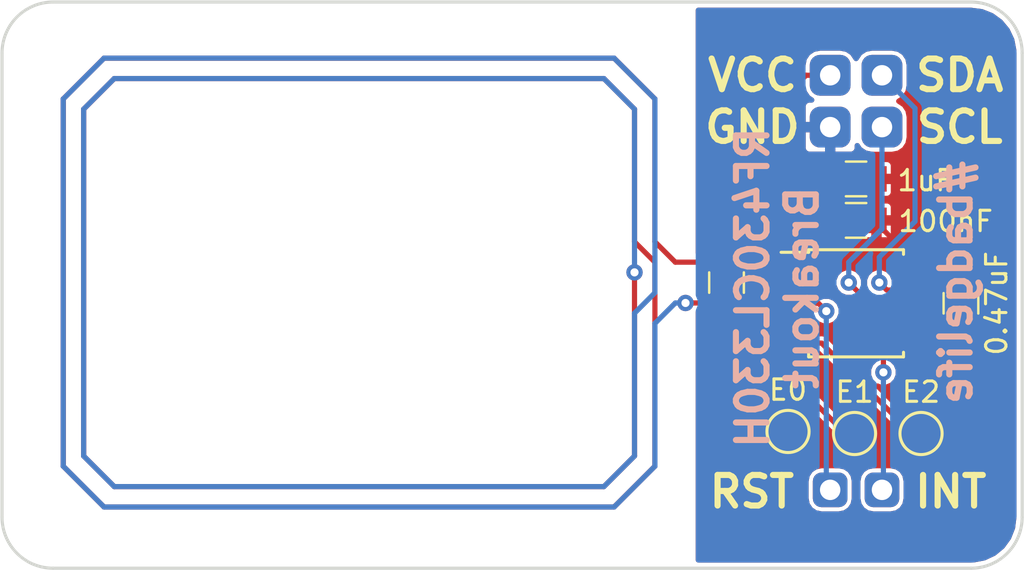
<source format=kicad_pcb>
(kicad_pcb (version 20171130) (host pcbnew "(5.0.0-rc2-dev-222-g3b0a758)")

  (general
    (thickness 1.6)
    (drawings 20)
    (tracks 109)
    (zones 0)
    (modules 10)
    (nets 12)
  )

  (page A4)
  (title_block
    (title "NFC Addon")
    (comment 1 "#badgelife")
  )

  (layers
    (0 F.Cu signal)
    (31 B.Cu signal)
    (32 B.Adhes user)
    (33 F.Adhes user)
    (34 B.Paste user)
    (35 F.Paste user)
    (36 B.SilkS user)
    (37 F.SilkS user)
    (38 B.Mask user)
    (39 F.Mask user)
    (40 Dwgs.User user)
    (41 Cmts.User user)
    (42 Eco1.User user)
    (43 Eco2.User user)
    (44 Edge.Cuts user)
    (45 Margin user)
    (46 B.CrtYd user)
    (47 F.CrtYd user)
    (48 B.Fab user)
    (49 F.Fab user)
  )

  (setup
    (last_trace_width 0.1524)
    (user_trace_width 0.1524)
    (user_trace_width 0.2032)
    (user_trace_width 0.254)
    (user_trace_width 0.3048)
    (trace_clearance 0.1524)
    (zone_clearance 0.2)
    (zone_45_only no)
    (trace_min 0.1524)
    (segment_width 0.2)
    (edge_width 0.15)
    (via_size 0.8)
    (via_drill 0.4)
    (via_min_size 0.4)
    (via_min_drill 0.3)
    (uvia_size 0.3)
    (uvia_drill 0.1)
    (uvias_allowed no)
    (uvia_min_size 0.2)
    (uvia_min_drill 0.1)
    (pcb_text_width 0.3)
    (pcb_text_size 1.5 1.5)
    (mod_edge_width 0.15)
    (mod_text_size 1 1)
    (mod_text_width 0.15)
    (pad_size 1.7 1.7)
    (pad_drill 1)
    (pad_to_mask_clearance 0.05)
    (aux_axis_origin 61 49.98)
    (grid_origin 80 63.73)
    (visible_elements FFFFFF7F)
    (pcbplotparams
      (layerselection 0x010fc_ffffffff)
      (usegerberextensions false)
      (usegerberattributes false)
      (usegerberadvancedattributes false)
      (creategerberjobfile false)
      (excludeedgelayer true)
      (linewidth 0.100000)
      (plotframeref false)
      (viasonmask false)
      (mode 1)
      (useauxorigin false)
      (hpglpennumber 1)
      (hpglpenspeed 20)
      (hpglpendiameter 15)
      (psnegative false)
      (psa4output false)
      (plotreference true)
      (plotvalue true)
      (plotinvisibletext false)
      (padsonsilk false)
      (subtractmaskfromsilk false)
      (outputformat 1)
      (mirror false)
      (drillshape 1)
      (scaleselection 1)
      (outputdirectory ""))
  )

  (net 0 "")
  (net 1 "Net-(C1-Pad2)")
  (net 2 GND)
  (net 3 VCC)
  (net 4 "Net-(AE1-Pad1)")
  (net 5 SCL)
  (net 6 SDA)
  (net 7 INTO)
  (net 8 RST)
  (net 9 "Net-(JP1-Pad1)")
  (net 10 "Net-(JP2-Pad1)")
  (net 11 "Net-(JP3-Pad1)")

  (net_class Default "This is the default net class."
    (clearance 0.1524)
    (trace_width 0.1524)
    (via_dia 0.8)
    (via_drill 0.4)
    (uvia_dia 0.3)
    (uvia_drill 0.1)
    (add_net GND)
    (add_net INTO)
    (add_net "Net-(AE1-Pad1)")
    (add_net "Net-(C1-Pad2)")
    (add_net "Net-(JP1-Pad1)")
    (add_net "Net-(JP2-Pad1)")
    (add_net "Net-(JP3-Pad1)")
    (add_net RST)
    (add_net SCL)
    (add_net SDA)
    (add_net VCC)
  )

  (module Connectors:Solder_Jumper (layer F.Cu) (tedit 5B54640E) (tstamp 5B53E1D3)
    (at 106.044143 71.1275)
    (path /5B53CADC)
    (fp_text reference JP3 (at 0 2.159) (layer F.SilkS) hide
      (effects (font (size 1 1) (thickness 0.15)))
    )
    (fp_text value E2 (at 0 -2.032) (layer F.SilkS)
      (effects (font (size 1 1) (thickness 0.15)))
    )
    (fp_circle (center 0 0) (end 0.6985 -0.762) (layer F.SilkS) (width 0.15))
    (pad 2 smd trapezoid (at 0.4 0) (size 0.6 1) (rect_delta 0.3 0 ) (layers F.Cu F.Paste F.Mask)
      (net 2 GND) (solder_mask_margin 0.1))
    (pad 1 smd trapezoid (at -0.4 0 180) (size 0.6 1) (rect_delta 0.3 0 ) (layers F.Cu F.Paste F.Mask)
      (net 11 "Net-(JP3-Pad1)") (solder_mask_margin 0.1))
  )

  (module Connectors:Solder_Jumper (layer F.Cu) (tedit 5B5463E9) (tstamp 5B53E1CC)
    (at 102.784143 71.1275)
    (path /5B53CB28)
    (fp_text reference JP2 (at 0 2.159) (layer F.SilkS) hide
      (effects (font (size 1 1) (thickness 0.15)))
    )
    (fp_text value E1 (at 0 -2.032) (layer F.SilkS)
      (effects (font (size 1 1) (thickness 0.15)))
    )
    (fp_circle (center 0 0) (end 0.6985 -0.762) (layer F.SilkS) (width 0.15))
    (pad 1 smd trapezoid (at -0.4 0 180) (size 0.6 1) (rect_delta 0.3 0 ) (layers F.Cu F.Paste F.Mask)
      (net 10 "Net-(JP2-Pad1)") (solder_mask_margin 0.1))
    (pad 2 smd trapezoid (at 0.4 0) (size 0.6 1) (rect_delta 0.3 0 ) (layers F.Cu F.Paste F.Mask)
      (net 2 GND) (solder_mask_margin 0.1))
  )

  (module Connectors:Solder_Jumper (layer F.Cu) (tedit 5B5463A5) (tstamp 5B53E1C5)
    (at 99.524143 71.0275)
    (path /5B53CB53)
    (fp_text reference JP1 (at 0 2.159) (layer F.SilkS) hide
      (effects (font (size 1 1) (thickness 0.15)))
    )
    (fp_text value E0 (at 0 -2.032) (layer F.SilkS)
      (effects (font (size 1 1) (thickness 0.15)))
    )
    (fp_circle (center 0 0) (end 0.6985 -0.762) (layer F.SilkS) (width 0.15))
    (pad 2 smd trapezoid (at 0.4 0) (size 0.6 1) (rect_delta 0.3 0 ) (layers F.Cu F.Paste F.Mask)
      (net 2 GND) (solder_mask_margin 0.1))
    (pad 1 smd trapezoid (at -0.4 0 180) (size 0.6 1) (rect_delta 0.3 0 ) (layers F.Cu F.Paste F.Mask)
      (net 9 "Net-(JP1-Pad1)") (solder_mask_margin 0.1))
  )

  (module Badgelife:ShittyAddon_PTH_only_SAO (layer F.Cu) (tedit 5B537B70) (tstamp 5B540F7C)
    (at 101.59 53.57)
    (descr "Through hole straight pin header, 2x02, 2.54mm pitch, double rows")
    (tags "Through hole pin header THT 2x02 2.54mm double row")
    (path /5B53AC5E)
    (fp_text reference J1 (at 1.27 -2.33) (layer F.SilkS) hide
      (effects (font (size 1 1) (thickness 0.15)))
    )
    (fp_text value "#badgelife" (at 1.27 4.87) (layer F.Fab) hide
      (effects (font (size 1 1) (thickness 0.15)))
    )
    (pad 3 thru_hole roundrect (at 2.54 2.54) (size 2 2) (drill 1) (layers *.Cu *.Mask)(roundrect_rratio 0.25)
      (net 5 SCL))
    (pad 2 thru_hole roundrect (at 0 2.54) (size 2 2) (drill 1) (layers *.Cu *.Mask)(roundrect_rratio 0.25)
      (net 2 GND))
    (pad 4 thru_hole roundrect (at 2.54 0) (size 2 2) (drill 1) (layers *.Cu *.Mask)(roundrect_rratio 0.25)
      (net 6 SDA))
    (pad 1 thru_hole roundrect (at 0 0) (size 2 2) (drill 1) (layers *.Cu *.Mask)(roundrect_rratio 0.25)
      (net 3 VCC))
    (model ${KISYS3DMOD}/Pin_Headers.3dshapes/Pin_Header_Straight_2x02_Pitch2.54mm.wrl
      (offset (xyz 0 -2.54 -1.8))
      (scale (xyz 1 1 1))
      (rotate (xyz 180 0 0))
    )
  )

  (module Pin_Headers:Pin_Header_Straight_1x02_Pitch2.54mm (layer F.Cu) (tedit 5B545EF9) (tstamp 5B541152)
    (at 101.59 73.89 90)
    (descr "Through hole straight pin header, 1x02, 2.54mm pitch, single row")
    (tags "Through hole pin header THT 1x02 2.54mm single row")
    (path /5B53FFC8)
    (fp_text reference J2 (at 0 -2.33 90) (layer F.SilkS) hide
      (effects (font (size 1 1) (thickness 0.15)))
    )
    (fp_text value Conn_01x02 (at -2.032 1.27 180) (layer F.Fab) hide
      (effects (font (size 1 1) (thickness 0.15)))
    )
    (fp_text user %R (at 0 1.27 180) (layer F.Fab) hide
      (effects (font (size 1 1) (thickness 0.15)))
    )
    (fp_line (start 1.8 -1.8) (end -1.8 -1.8) (layer F.CrtYd) (width 0.05))
    (fp_line (start 1.8 4.35) (end 1.8 -1.8) (layer F.CrtYd) (width 0.05))
    (fp_line (start -1.8 4.35) (end 1.8 4.35) (layer F.CrtYd) (width 0.05))
    (fp_line (start -1.8 -1.8) (end -1.8 4.35) (layer F.CrtYd) (width 0.05))
    (fp_line (start -1.27 -0.635) (end -0.635 -1.27) (layer F.Fab) (width 0.1))
    (fp_line (start -1.27 3.81) (end -1.27 -0.635) (layer F.Fab) (width 0.1))
    (fp_line (start 1.27 3.81) (end -1.27 3.81) (layer F.Fab) (width 0.1))
    (fp_line (start 1.27 -1.27) (end 1.27 3.81) (layer F.Fab) (width 0.1))
    (fp_line (start -0.635 -1.27) (end 1.27 -1.27) (layer F.Fab) (width 0.1))
    (pad 2 thru_hole roundrect (at 0 2.54 90) (size 1.7 1.7) (drill 1) (layers *.Cu *.Mask)(roundrect_rratio 0.25)
      (net 7 INTO))
    (pad 1 thru_hole roundrect (at 0 0 90) (size 1.7 1.7) (drill 1) (layers *.Cu *.Mask)(roundrect_rratio 0.25)
      (net 8 RST))
    (model ${KISYS3DMOD}/Pin_Headers.3dshapes/Pin_Header_Straight_1x02_Pitch2.54mm.wrl
      (offset (xyz 0 -2.54 -1.8))
      (scale (xyz 1 1 1))
      (rotate (xyz 180 0 0))
    )
  )

  (module Capacitors_SMD:C_0805 (layer F.Cu) (tedit 5B53C1B9) (tstamp 5B53E16D)
    (at 108 64.746 90)
    (descr "Capacitor SMD 0805, reflow soldering, AVX (see smccp.pdf)")
    (tags "capacitor 0805")
    (path /5B53B08B)
    (attr smd)
    (fp_text reference C1 (at 0 -1.5 90) (layer F.SilkS) hide
      (effects (font (size 1 1) (thickness 0.15)))
    )
    (fp_text value 0.47uF (at 0 1.75 90) (layer F.SilkS)
      (effects (font (size 1 1) (thickness 0.15)))
    )
    (fp_line (start 1.75 0.87) (end -1.75 0.87) (layer F.CrtYd) (width 0.05))
    (fp_line (start 1.75 0.87) (end 1.75 -0.88) (layer F.CrtYd) (width 0.05))
    (fp_line (start -1.75 -0.88) (end -1.75 0.87) (layer F.CrtYd) (width 0.05))
    (fp_line (start -1.75 -0.88) (end 1.75 -0.88) (layer F.CrtYd) (width 0.05))
    (fp_line (start -0.5 0.85) (end 0.5 0.85) (layer F.SilkS) (width 0.12))
    (fp_line (start 0.5 -0.85) (end -0.5 -0.85) (layer F.SilkS) (width 0.12))
    (fp_line (start -1 -0.62) (end 1 -0.62) (layer F.Fab) (width 0.1))
    (fp_line (start 1 -0.62) (end 1 0.62) (layer F.Fab) (width 0.1))
    (fp_line (start 1 0.62) (end -1 0.62) (layer F.Fab) (width 0.1))
    (fp_line (start -1 0.62) (end -1 -0.62) (layer F.Fab) (width 0.1))
    (fp_text user %R (at -2.54 0 90) (layer F.Fab)
      (effects (font (size 1 1) (thickness 0.15)))
    )
    (pad 2 smd rect (at 1 0 90) (size 1 1.25) (layers F.Cu F.Paste F.Mask)
      (net 1 "Net-(C1-Pad2)"))
    (pad 1 smd rect (at -1 0 90) (size 1 1.25) (layers F.Cu F.Paste F.Mask)
      (net 2 GND))
    (model Capacitors_SMD.3dshapes/C_0805.wrl
      (at (xyz 0 0 0))
      (scale (xyz 1 1 1))
      (rotate (xyz 0 0 0))
    )
  )

  (module Capacitors_SMD:C_0805 (layer F.Cu) (tedit 5B53C1C6) (tstamp 5B53E17E)
    (at 102.86 60.682)
    (descr "Capacitor SMD 0805, reflow soldering, AVX (see smccp.pdf)")
    (tags "capacitor 0805")
    (path /5B53B20C)
    (attr smd)
    (fp_text reference C2 (at 0 -1.5) (layer F.SilkS) hide
      (effects (font (size 1 1) (thickness 0.15)))
    )
    (fp_text value 100nF (at 4.39 0.048) (layer F.SilkS)
      (effects (font (size 1 1) (thickness 0.15)))
    )
    (fp_text user %R (at -3.048 0) (layer F.Fab)
      (effects (font (size 1 1) (thickness 0.15)))
    )
    (fp_line (start -1 0.62) (end -1 -0.62) (layer F.Fab) (width 0.1))
    (fp_line (start 1 0.62) (end -1 0.62) (layer F.Fab) (width 0.1))
    (fp_line (start 1 -0.62) (end 1 0.62) (layer F.Fab) (width 0.1))
    (fp_line (start -1 -0.62) (end 1 -0.62) (layer F.Fab) (width 0.1))
    (fp_line (start 0.5 -0.85) (end -0.5 -0.85) (layer F.SilkS) (width 0.12))
    (fp_line (start -0.5 0.85) (end 0.5 0.85) (layer F.SilkS) (width 0.12))
    (fp_line (start -1.75 -0.88) (end 1.75 -0.88) (layer F.CrtYd) (width 0.05))
    (fp_line (start -1.75 -0.88) (end -1.75 0.87) (layer F.CrtYd) (width 0.05))
    (fp_line (start 1.75 0.87) (end 1.75 -0.88) (layer F.CrtYd) (width 0.05))
    (fp_line (start 1.75 0.87) (end -1.75 0.87) (layer F.CrtYd) (width 0.05))
    (pad 1 smd rect (at -1 0) (size 1 1.25) (layers F.Cu F.Paste F.Mask)
      (net 3 VCC))
    (pad 2 smd rect (at 1 0) (size 1 1.25) (layers F.Cu F.Paste F.Mask)
      (net 2 GND))
    (model Capacitors_SMD.3dshapes/C_0805.wrl
      (at (xyz 0 0 0))
      (scale (xyz 1 1 1))
      (rotate (xyz 0 0 0))
    )
  )

  (module Capacitors_SMD:C_0805 (layer F.Cu) (tedit 5B53C1D5) (tstamp 5B53E18F)
    (at 102.86 58.65)
    (descr "Capacitor SMD 0805, reflow soldering, AVX (see smccp.pdf)")
    (tags "capacitor 0805")
    (path /5B53B287)
    (attr smd)
    (fp_text reference C3 (at 0 -1.5) (layer F.SilkS) hide
      (effects (font (size 1 1) (thickness 0.15)))
    )
    (fp_text value 1uF (at 3.39 0.08) (layer F.SilkS)
      (effects (font (size 1 1) (thickness 0.15)))
    )
    (fp_line (start 1.75 0.87) (end -1.75 0.87) (layer F.CrtYd) (width 0.05))
    (fp_line (start 1.75 0.87) (end 1.75 -0.88) (layer F.CrtYd) (width 0.05))
    (fp_line (start -1.75 -0.88) (end -1.75 0.87) (layer F.CrtYd) (width 0.05))
    (fp_line (start -1.75 -0.88) (end 1.75 -0.88) (layer F.CrtYd) (width 0.05))
    (fp_line (start -0.5 0.85) (end 0.5 0.85) (layer F.SilkS) (width 0.12))
    (fp_line (start 0.5 -0.85) (end -0.5 -0.85) (layer F.SilkS) (width 0.12))
    (fp_line (start -1 -0.62) (end 1 -0.62) (layer F.Fab) (width 0.1))
    (fp_line (start 1 -0.62) (end 1 0.62) (layer F.Fab) (width 0.1))
    (fp_line (start 1 0.62) (end -1 0.62) (layer F.Fab) (width 0.1))
    (fp_line (start -1 0.62) (end -1 -0.62) (layer F.Fab) (width 0.1))
    (fp_text user %R (at -3.048 0) (layer F.Fab)
      (effects (font (size 1 1) (thickness 0.15)))
    )
    (pad 2 smd rect (at 1 0) (size 1 1.25) (layers F.Cu F.Paste F.Mask)
      (net 2 GND))
    (pad 1 smd rect (at -1 0) (size 1 1.25) (layers F.Cu F.Paste F.Mask)
      (net 3 VCC))
    (model Capacitors_SMD.3dshapes/C_0805.wrl
      (at (xyz 0 0 0))
      (scale (xyz 1 1 1))
      (rotate (xyz 0 0 0))
    )
  )

  (module Capacitors_SMD:C_0805 (layer F.Cu) (tedit 5B53C178) (tstamp 5B53E1A0)
    (at 96.51 63.73 90)
    (descr "Capacitor SMD 0805, reflow soldering, AVX (see smccp.pdf)")
    (tags "capacitor 0805")
    (path /5B53DF22)
    (attr smd)
    (fp_text reference C4 (at 0 -1.5 90) (layer F.SilkS) hide
      (effects (font (size 1 1) (thickness 0.15)))
    )
    (fp_text value pF (at 0 1.75 90) (layer F.Fab)
      (effects (font (size 1 1) (thickness 0.15)))
    )
    (fp_text user %R (at -3.048 0 90) (layer F.Fab)
      (effects (font (size 1 1) (thickness 0.15)))
    )
    (fp_line (start -1 0.62) (end -1 -0.62) (layer F.Fab) (width 0.1))
    (fp_line (start 1 0.62) (end -1 0.62) (layer F.Fab) (width 0.1))
    (fp_line (start 1 -0.62) (end 1 0.62) (layer F.Fab) (width 0.1))
    (fp_line (start -1 -0.62) (end 1 -0.62) (layer F.Fab) (width 0.1))
    (fp_line (start 0.5 -0.85) (end -0.5 -0.85) (layer F.SilkS) (width 0.12))
    (fp_line (start -0.5 0.85) (end 0.5 0.85) (layer F.SilkS) (width 0.12))
    (fp_line (start -1.75 -0.88) (end 1.75 -0.88) (layer F.CrtYd) (width 0.05))
    (fp_line (start -1.75 -0.88) (end -1.75 0.87) (layer F.CrtYd) (width 0.05))
    (fp_line (start 1.75 0.87) (end 1.75 -0.88) (layer F.CrtYd) (width 0.05))
    (fp_line (start 1.75 0.87) (end -1.75 0.87) (layer F.CrtYd) (width 0.05))
    (pad 1 smd rect (at -1 0 90) (size 1 1.25) (layers F.Cu F.Paste F.Mask)
      (net 4 "Net-(AE1-Pad1)"))
    (pad 2 smd rect (at 1 0 90) (size 1 1.25) (layers F.Cu F.Paste F.Mask)
      (net 4 "Net-(AE1-Pad1)"))
    (model Capacitors_SMD.3dshapes/C_0805.wrl
      (at (xyz 0 0 0))
      (scale (xyz 1 1 1))
      (rotate (xyz 0 0 0))
    )
  )

  (module Housings_SSOP:TSSOP-14_4.4x5mm_Pitch0.65mm (layer F.Cu) (tedit 5B53C160) (tstamp 5B53E1F6)
    (at 102.86 64.746)
    (descr "14-Lead Plastic Thin Shrink Small Outline (ST)-4.4 mm Body [TSSOP] (see Microchip Packaging Specification 00000049BS.pdf)")
    (tags "SSOP 0.65")
    (path /5B53AC0F)
    (attr smd)
    (fp_text reference U1 (at 0 -3.55) (layer F.SilkS) hide
      (effects (font (size 1 1) (thickness 0.15)))
    )
    (fp_text value RF430CL330H (at 0 4.318) (layer F.Fab)
      (effects (font (size 1 1) (thickness 0.15)))
    )
    (fp_text user %R (at 0 0) (layer F.Fab)
      (effects (font (size 0.8 0.8) (thickness 0.15)))
    )
    (fp_line (start -2.325 -2.5) (end -3.675 -2.5) (layer F.SilkS) (width 0.15))
    (fp_line (start -2.325 2.625) (end 2.325 2.625) (layer F.SilkS) (width 0.15))
    (fp_line (start -2.325 -2.625) (end 2.325 -2.625) (layer F.SilkS) (width 0.15))
    (fp_line (start -2.325 2.625) (end -2.325 2.4) (layer F.SilkS) (width 0.15))
    (fp_line (start 2.325 2.625) (end 2.325 2.4) (layer F.SilkS) (width 0.15))
    (fp_line (start 2.325 -2.625) (end 2.325 -2.4) (layer F.SilkS) (width 0.15))
    (fp_line (start -2.325 -2.625) (end -2.325 -2.5) (layer F.SilkS) (width 0.15))
    (fp_line (start -3.95 2.8) (end 3.95 2.8) (layer F.CrtYd) (width 0.05))
    (fp_line (start -3.95 -2.8) (end 3.95 -2.8) (layer F.CrtYd) (width 0.05))
    (fp_line (start 3.95 -2.8) (end 3.95 2.8) (layer F.CrtYd) (width 0.05))
    (fp_line (start -3.95 -2.8) (end -3.95 2.8) (layer F.CrtYd) (width 0.05))
    (fp_line (start -2.2 -1.5) (end -1.2 -2.5) (layer F.Fab) (width 0.15))
    (fp_line (start -2.2 2.5) (end -2.2 -1.5) (layer F.Fab) (width 0.15))
    (fp_line (start 2.2 2.5) (end -2.2 2.5) (layer F.Fab) (width 0.15))
    (fp_line (start 2.2 -2.5) (end 2.2 2.5) (layer F.Fab) (width 0.15))
    (fp_line (start -1.2 -2.5) (end 2.2 -2.5) (layer F.Fab) (width 0.15))
    (pad 14 smd rect (at 2.95 -1.95) (size 1.45 0.45) (layers F.Cu F.Paste F.Mask)
      (net 2 GND))
    (pad 13 smd rect (at 2.95 -1.3) (size 1.45 0.45) (layers F.Cu F.Paste F.Mask)
      (net 1 "Net-(C1-Pad2)"))
    (pad 12 smd rect (at 2.95 -0.65) (size 1.45 0.45) (layers F.Cu F.Paste F.Mask)
      (net 6 SDA))
    (pad 11 smd rect (at 2.95 0) (size 1.45 0.45) (layers F.Cu F.Paste F.Mask)
      (net 5 SCL))
    (pad 10 smd rect (at 2.95 0.65) (size 1.45 0.45) (layers F.Cu F.Paste F.Mask)
      (net 2 GND))
    (pad 9 smd rect (at 2.95 1.3) (size 1.45 0.45) (layers F.Cu F.Paste F.Mask)
      (net 2 GND))
    (pad 8 smd rect (at 2.95 1.95) (size 1.45 0.45) (layers F.Cu F.Paste F.Mask)
      (net 7 INTO))
    (pad 7 smd rect (at -2.95 1.95) (size 1.45 0.45) (layers F.Cu F.Paste F.Mask)
      (net 11 "Net-(JP3-Pad1)"))
    (pad 6 smd rect (at -2.95 1.3) (size 1.45 0.45) (layers F.Cu F.Paste F.Mask)
      (net 10 "Net-(JP2-Pad1)"))
    (pad 5 smd rect (at -2.95 0.65) (size 1.45 0.45) (layers F.Cu F.Paste F.Mask)
      (net 9 "Net-(JP1-Pad1)"))
    (pad 4 smd rect (at -2.95 0) (size 1.45 0.45) (layers F.Cu F.Paste F.Mask)
      (net 8 RST))
    (pad 3 smd rect (at -2.95 -0.65) (size 1.45 0.45) (layers F.Cu F.Paste F.Mask)
      (net 4 "Net-(AE1-Pad1)"))
    (pad 2 smd rect (at -2.95 -1.3) (size 1.45 0.45) (layers F.Cu F.Paste F.Mask)
      (net 4 "Net-(AE1-Pad1)"))
    (pad 1 smd rect (at -2.95 -1.95) (size 1.45 0.45) (layers F.Cu F.Paste F.Mask)
      (net 3 VCC))
    (model ${KISYS3DMOD}/Housings_SSOP.3dshapes/TSSOP-14_4.4x5mm_Pitch0.65mm.wrl
      (at (xyz 0 0 0))
      (scale (xyz 1 1 1))
      (rotate (xyz 0 0 0))
    )
  )

  (gr_text SDA (at 107.94 53.57) (layer F.SilkS) (tstamp 5B54BA46)
    (effects (font (size 1.5 1.5) (thickness 0.3)))
  )
  (gr_text SCL (at 107.94 56.11) (layer F.SilkS) (tstamp 5B54BA44)
    (effects (font (size 1.5 1.5) (thickness 0.3)))
  )
  (gr_text GND (at 97.78 56.11) (layer F.SilkS) (tstamp 5B54BA42)
    (effects (font (size 1.5 1.5) (thickness 0.3)))
  )
  (gr_text VCC (at 97.78 53.57) (layer F.SilkS) (tstamp 5B54BA3E)
    (effects (font (size 1.5 1.5) (thickness 0.3)))
  )
  (gr_text "#badgelife" (at 107.75 63.73 90) (layer B.SilkS)
    (effects (font (size 1.5 1.5) (thickness 0.3)) (justify mirror))
  )
  (gr_text "RF430CL330H\nBreakout" (at 99 63.98 90) (layer B.SilkS)
    (effects (font (size 1.5 1.5) (thickness 0.3)) (justify mirror))
  )
  (gr_text RST (at 97.75 73.98) (layer F.SilkS)
    (effects (font (size 1.5 1.5) (thickness 0.3)))
  )
  (gr_text INT (at 107.5 73.98) (layer F.SilkS)
    (effects (font (size 1.5 1.5) (thickness 0.3)))
  )
  (gr_line (start 61 52.48) (end 61 75.23) (layer Edge.Cuts) (width 0.15))
  (gr_line (start 63.5 49.98) (end 108.5 49.98) (layer Edge.Cuts) (width 0.15))
  (gr_line (start 108.5 77.73) (end 63.5 77.73) (layer Edge.Cuts) (width 0.15))
  (gr_line (start 111 52.48) (end 111 75.23) (layer Edge.Cuts) (width 0.15))
  (gr_arc (start 108.5 75.23) (end 108.5 77.73) (angle -90) (layer Edge.Cuts) (width 0.15))
  (gr_arc (start 63.5 75.23) (end 61 75.23) (angle -90) (layer Edge.Cuts) (width 0.15))
  (gr_arc (start 63.5 52.48) (end 63.5 49.98) (angle -90) (layer Edge.Cuts) (width 0.15))
  (gr_arc (start 108.5 52.48) (end 111 52.48) (angle -90) (layer Edge.Cuts) (width 0.15))
  (gr_line (start 61 77.73) (end 61 49.98) (layer Dwgs.User) (width 0.2))
  (gr_line (start 111 77.73) (end 61 77.73) (layer Dwgs.User) (width 0.2))
  (gr_line (start 111 49.98) (end 111 77.73) (layer Dwgs.User) (width 0.2))
  (gr_line (start 61 49.98) (end 111 49.98) (layer Dwgs.User) (width 0.2))

  (segment (start 105.81 63.446) (end 107.7 63.446) (width 0.254) (layer F.Cu) (net 1))
  (segment (start 107.7 63.446) (end 108 63.746) (width 0.254) (layer F.Cu) (net 1))
  (segment (start 105.81 65.396) (end 107.166 65.396) (width 0.254) (layer F.Cu) (net 2))
  (segment (start 107.5 65.73) (end 107.484 65.746) (width 0.254) (layer F.Cu) (net 2))
  (segment (start 107.166 65.396) (end 107.5 65.73) (width 0.254) (layer F.Cu) (net 2))
  (segment (start 108.956 65.746) (end 107.484 65.746) (width 0.254) (layer F.Cu) (net 2))
  (segment (start 107.484 65.746) (end 107.184 66.046) (width 0.254) (layer F.Cu) (net 2))
  (segment (start 107.184 66.046) (end 105.81 66.046) (width 0.254) (layer F.Cu) (net 2))
  (segment (start 103.86 60.682) (end 103.86 60.807) (width 0.254) (layer F.Cu) (net 2))
  (segment (start 103.86 60.807) (end 105.81 62.757) (width 0.254) (layer F.Cu) (net 2))
  (segment (start 105.81 62.757) (end 105.81 62.796) (width 0.254) (layer F.Cu) (net 2))
  (segment (start 103.86 58.65) (end 103.86 60.682) (width 0.254) (layer F.Cu) (net 2))
  (segment (start 99.91 62.796) (end 99.91 61.57) (width 0.254) (layer F.Cu) (net 3))
  (segment (start 99.91 61.57) (end 100.798 60.682) (width 0.254) (layer F.Cu) (net 3))
  (segment (start 100.798 60.682) (end 101.86 60.682) (width 0.254) (layer F.Cu) (net 3))
  (segment (start 101.59 53.57) (end 100.41 53.57) (width 0.254) (layer F.Cu) (net 3))
  (segment (start 99.75 54.23) (end 99.75 57.73) (width 0.254) (layer F.Cu) (net 3))
  (segment (start 99.75 57.73) (end 100.67 58.65) (width 0.254) (layer F.Cu) (net 3))
  (segment (start 100.67 58.65) (end 101.86 58.65) (width 0.254) (layer F.Cu) (net 3))
  (segment (start 100.41 53.57) (end 99.75 54.23) (width 0.254) (layer F.Cu) (net 3))
  (segment (start 101.86 60.682) (end 101.86 58.65) (width 0.254) (layer F.Cu) (net 3))
  (segment (start 94.5 64.73) (end 96.51 64.73) (width 0.254) (layer F.Cu) (net 4))
  (segment (start 98.634 64.096) (end 98 64.73) (width 0.254) (layer F.Cu) (net 4))
  (segment (start 98 64.73) (end 96.51 64.73) (width 0.254) (layer F.Cu) (net 4))
  (segment (start 99.91 64.096) (end 98.634 64.096) (width 0.254) (layer F.Cu) (net 4))
  (segment (start 98.716 63.446) (end 98 62.73) (width 0.254) (layer F.Cu) (net 4))
  (segment (start 98 62.73) (end 96.51 62.73) (width 0.254) (layer F.Cu) (net 4))
  (segment (start 99.91 63.446) (end 98.716 63.446) (width 0.254) (layer F.Cu) (net 4))
  (segment (start 96.51 62.73) (end 94 62.73) (width 0.254) (layer F.Cu) (net 4))
  (segment (start 66 52.73) (end 64 54.73) (width 0.254) (layer F.Cu) (net 4))
  (segment (start 94 62.73) (end 93 61.73) (width 0.254) (layer F.Cu) (net 4))
  (segment (start 93 54.73) (end 91 52.73) (width 0.254) (layer F.Cu) (net 4))
  (segment (start 65 55.23) (end 65 72.23) (width 0.254) (layer F.Cu) (net 4))
  (segment (start 91 52.73) (end 66 52.73) (width 0.254) (layer F.Cu) (net 4))
  (segment (start 93 61.73) (end 93 54.73) (width 0.254) (layer F.Cu) (net 4))
  (segment (start 64 54.73) (end 64 72.73) (width 0.254) (layer F.Cu) (net 4))
  (segment (start 93 72.73) (end 93 62.73) (width 0.254) (layer F.Cu) (net 4))
  (segment (start 91 74.73) (end 93 72.73) (width 0.254) (layer F.Cu) (net 4))
  (segment (start 66 74.73) (end 91 74.73) (width 0.254) (layer F.Cu) (net 4))
  (segment (start 64 72.73) (end 66 74.73) (width 0.254) (layer F.Cu) (net 4))
  (segment (start 93 62.73) (end 92 61.73) (width 0.254) (layer F.Cu) (net 4))
  (segment (start 92 61.73) (end 92 55.23) (width 0.254) (layer F.Cu) (net 4))
  (segment (start 92 55.23) (end 90.5 53.73) (width 0.254) (layer F.Cu) (net 4))
  (segment (start 90.5 53.73) (end 66.5 53.73) (width 0.254) (layer F.Cu) (net 4))
  (segment (start 66.5 53.73) (end 65 55.23) (width 0.254) (layer F.Cu) (net 4))
  (segment (start 65 72.23) (end 66.5 73.73) (width 0.254) (layer F.Cu) (net 4))
  (segment (start 66.5 73.73) (end 90.5 73.73) (width 0.254) (layer F.Cu) (net 4))
  (segment (start 90.5 73.73) (end 92 72.23) (width 0.254) (layer F.Cu) (net 4))
  (segment (start 92 72.23) (end 92 63.23) (width 0.254) (layer F.Cu) (net 4))
  (segment (start 90.5 53.73) (end 66.5 53.73) (width 0.254) (layer B.Cu) (net 4))
  (segment (start 92 72.23) (end 92 65.23) (width 0.254) (layer B.Cu) (net 4))
  (segment (start 92 65.23) (end 93 64.23) (width 0.254) (layer B.Cu) (net 4))
  (segment (start 66 74.73) (end 91 74.73) (width 0.254) (layer B.Cu) (net 4))
  (segment (start 66.5 53.73) (end 65 55.23) (width 0.254) (layer B.Cu) (net 4))
  (segment (start 92 55.23) (end 90.5 53.73) (width 0.254) (layer B.Cu) (net 4))
  (segment (start 64 54.73) (end 64 72.73) (width 0.254) (layer B.Cu) (net 4))
  (segment (start 65 72.23) (end 66.5 73.73) (width 0.254) (layer B.Cu) (net 4))
  (segment (start 93 54.73) (end 91 52.73) (width 0.254) (layer B.Cu) (net 4))
  (segment (start 66.5 73.73) (end 90.5 73.73) (width 0.254) (layer B.Cu) (net 4))
  (segment (start 92 63.23) (end 92 55.23) (width 0.254) (layer B.Cu) (net 4))
  (segment (start 91 74.73) (end 93 72.73) (width 0.254) (layer B.Cu) (net 4))
  (segment (start 90.5 73.73) (end 92 72.23) (width 0.254) (layer B.Cu) (net 4))
  (segment (start 65 55.23) (end 65 72.23) (width 0.254) (layer B.Cu) (net 4))
  (segment (start 93 64.23) (end 93 54.73) (width 0.254) (layer B.Cu) (net 4))
  (segment (start 66 52.73) (end 64 54.73) (width 0.254) (layer B.Cu) (net 4))
  (segment (start 91 52.73) (end 66 52.73) (width 0.254) (layer B.Cu) (net 4))
  (segment (start 93 65.73) (end 94 64.73) (width 0.254) (layer B.Cu) (net 4))
  (segment (start 64 72.73) (end 66 74.73) (width 0.254) (layer B.Cu) (net 4))
  (segment (start 94 64.73) (end 94.5 64.73) (width 0.254) (layer B.Cu) (net 4))
  (segment (start 93 72.73) (end 93 65.73) (width 0.254) (layer B.Cu) (net 4))
  (via (at 92 63.23) (size 0.8) (drill 0.4) (layers F.Cu B.Cu) (net 4) (tstamp 5B5444DC))
  (via (at 94.5 64.73) (size 0.8) (drill 0.4) (layers F.Cu B.Cu) (net 4))
  (segment (start 102.5 63.73) (end 102.5 62.73) (width 0.254) (layer B.Cu) (net 5))
  (segment (start 104.13 61.1) (end 104.13 56.11) (width 0.254) (layer B.Cu) (net 5))
  (segment (start 102.5 62.73) (end 104.13 61.1) (width 0.254) (layer B.Cu) (net 5))
  (segment (start 105.81 64.746) (end 103.516 64.746) (width 0.254) (layer F.Cu) (net 5))
  (segment (start 103.516 64.746) (end 102.5 63.73) (width 0.254) (layer F.Cu) (net 5))
  (via (at 102.5 63.73) (size 0.8) (drill 0.4) (layers F.Cu B.Cu) (net 5))
  (segment (start 104 63.73) (end 104 62.48) (width 0.254) (layer B.Cu) (net 6))
  (segment (start 104 62.48) (end 105.75 60.73) (width 0.254) (layer B.Cu) (net 6))
  (segment (start 105.75 60.73) (end 105.75 55.19) (width 0.254) (layer B.Cu) (net 6))
  (segment (start 105.75 55.19) (end 104.13 53.57) (width 0.254) (layer B.Cu) (net 6))
  (segment (start 105.81 64.096) (end 104.366 64.096) (width 0.254) (layer F.Cu) (net 6))
  (via (at 104 63.73) (size 0.8) (drill 0.4) (layers F.Cu B.Cu) (net 6))
  (segment (start 104.366 64.096) (end 104 63.73) (width 0.254) (layer F.Cu) (net 6))
  (segment (start 105.81 66.696) (end 104.634 66.696) (width 0.254) (layer F.Cu) (net 7))
  (segment (start 104.634 66.696) (end 104.2 67.13) (width 0.254) (layer F.Cu) (net 7))
  (segment (start 104.2 67.13) (end 104.2 68.13) (width 0.254) (layer F.Cu) (net 7))
  (segment (start 104.2 68.13) (end 104.2 73.82) (width 0.254) (layer B.Cu) (net 7))
  (segment (start 104.2 73.82) (end 104.13 73.89) (width 0.254) (layer B.Cu) (net 7))
  (via (at 104.2 68.13) (size 0.8) (drill 0.4) (layers F.Cu B.Cu) (net 7))
  (segment (start 101.4 65.13) (end 101.4 73.7) (width 0.254) (layer B.Cu) (net 8))
  (segment (start 101.4 73.7) (end 101.59 73.89) (width 0.254) (layer B.Cu) (net 8))
  (segment (start 99.91 64.746) (end 101.016 64.746) (width 0.254) (layer F.Cu) (net 8))
  (via (at 101.4 65.13) (size 0.8) (drill 0.4) (layers F.Cu B.Cu) (net 8))
  (segment (start 101.016 64.746) (end 101.4 65.13) (width 0.254) (layer F.Cu) (net 8))
  (segment (start 98.25 65.88) (end 98.25 70.197857) (width 0.254) (layer F.Cu) (net 9))
  (segment (start 98.708933 70.65679) (end 99.079643 71.0275) (width 0.254) (layer F.Cu) (net 9))
  (segment (start 99.91 65.396) (end 98.734 65.396) (width 0.254) (layer F.Cu) (net 9))
  (segment (start 98.734 65.396) (end 98.25 65.88) (width 0.254) (layer F.Cu) (net 9))
  (segment (start 98.25 70.197857) (end 98.708933 70.65679) (width 0.254) (layer F.Cu) (net 9))
  (segment (start 98.656411 66.320589) (end 98.656411 67.444268) (width 0.254) (layer F.Cu) (net 10))
  (segment (start 98.656411 67.444268) (end 101.968933 70.75679) (width 0.254) (layer F.Cu) (net 10))
  (segment (start 98.931 66.046) (end 98.656411 66.320589) (width 0.254) (layer F.Cu) (net 10))
  (segment (start 99.91 66.046) (end 98.931 66.046) (width 0.254) (layer F.Cu) (net 10))
  (segment (start 101.968933 70.75679) (end 102.339643 71.1275) (width 0.254) (layer F.Cu) (net 10))
  (segment (start 105.228933 70.75679) (end 105.599643 71.1275) (width 0.254) (layer F.Cu) (net 11))
  (segment (start 99.91 66.696) (end 101.168143 66.696) (width 0.254) (layer F.Cu) (net 11))
  (segment (start 101.168143 66.696) (end 105.228933 70.75679) (width 0.254) (layer F.Cu) (net 11))

  (zone (net 2) (net_name GND) (layer F.Cu) (tstamp 0) (hatch edge 0.508)
    (connect_pads (clearance 0.2))
    (min_thickness 0.254)
    (fill yes (arc_segments 16) (thermal_gap 0.2) (thermal_bridge_width 0.508))
    (polygon
      (pts
        (xy 95 49.98) (xy 111 49.98) (xy 111 77.73) (xy 95 77.73)
      )
    )
    (filled_polygon
      (pts
        (xy 109.020957 50.451007) (xy 109.50918 50.644308) (xy 109.933995 50.952955) (xy 110.268702 51.357547) (xy 110.492278 51.832673)
        (xy 110.594259 52.367269) (xy 110.598 52.486325) (xy 110.598001 75.204702) (xy 110.528993 75.750957) (xy 110.335692 76.23918)
        (xy 110.027048 76.663992) (xy 109.622453 76.998703) (xy 109.147328 77.222278) (xy 108.612731 77.324259) (xy 108.493674 77.328)
        (xy 95.127 77.328) (xy 95.127 73.465) (xy 100.406594 73.465) (xy 100.406594 74.315) (xy 100.464324 74.605229)
        (xy 100.628726 74.851274) (xy 100.874771 75.015676) (xy 101.165 75.073406) (xy 102.015 75.073406) (xy 102.305229 75.015676)
        (xy 102.551274 74.851274) (xy 102.715676 74.605229) (xy 102.773406 74.315) (xy 102.773406 73.465) (xy 102.946594 73.465)
        (xy 102.946594 74.315) (xy 103.004324 74.605229) (xy 103.168726 74.851274) (xy 103.414771 75.015676) (xy 103.705 75.073406)
        (xy 104.555 75.073406) (xy 104.845229 75.015676) (xy 105.091274 74.851274) (xy 105.255676 74.605229) (xy 105.313406 74.315)
        (xy 105.313406 73.465) (xy 105.255676 73.174771) (xy 105.091274 72.928726) (xy 104.845229 72.764324) (xy 104.555 72.706594)
        (xy 103.705 72.706594) (xy 103.414771 72.764324) (xy 103.168726 72.928726) (xy 103.004324 73.174771) (xy 102.946594 73.465)
        (xy 102.773406 73.465) (xy 102.715676 73.174771) (xy 102.551274 72.928726) (xy 102.305229 72.764324) (xy 102.015 72.706594)
        (xy 101.165 72.706594) (xy 100.874771 72.764324) (xy 100.628726 72.928726) (xy 100.464324 73.174771) (xy 100.406594 73.465)
        (xy 95.127 73.465) (xy 95.127 65.184) (xy 95.551594 65.184) (xy 95.551594 65.23) (xy 95.576973 65.357589)
        (xy 95.649246 65.465754) (xy 95.757411 65.538027) (xy 95.885 65.563406) (xy 97.135 65.563406) (xy 97.262589 65.538027)
        (xy 97.370754 65.465754) (xy 97.443027 65.357589) (xy 97.468406 65.23) (xy 97.468406 65.184) (xy 97.955291 65.184)
        (xy 98 65.192893) (xy 98.044709 65.184) (xy 98.044713 65.184) (xy 98.177142 65.157658) (xy 98.327315 65.057315)
        (xy 98.352643 65.019409) (xy 98.822053 64.55) (xy 98.851594 64.55) (xy 98.851594 64.942) (xy 98.778707 64.942)
        (xy 98.733999 64.933107) (xy 98.689291 64.942) (xy 98.689287 64.942) (xy 98.556858 64.968342) (xy 98.483715 65.017215)
        (xy 98.44459 65.043357) (xy 98.444588 65.043359) (xy 98.406685 65.068685) (xy 98.381358 65.106589) (xy 97.960591 65.527357)
        (xy 97.922685 65.552685) (xy 97.822342 65.702859) (xy 97.796 65.835288) (xy 97.796 65.835291) (xy 97.787107 65.88)
        (xy 97.796 65.924709) (xy 97.796001 70.153143) (xy 97.787107 70.197857) (xy 97.822342 70.374998) (xy 97.897357 70.487266)
        (xy 97.89736 70.487269) (xy 97.922686 70.525172) (xy 97.960589 70.550498) (xy 98.419523 71.009433) (xy 98.419526 71.009435)
        (xy 98.490737 71.080646) (xy 98.490737 71.3775) (xy 98.507846 71.482932) (xy 98.57227 71.595948) (xy 98.675039 71.675707)
        (xy 99.275039 71.975707) (xy 99.424143 72.010906) (xy 99.516498 71.992535) (xy 99.518711 71.993797) (xy 99.647778 72.010067)
        (xy 99.773247 71.975707) (xy 99.797143 71.963759) (xy 99.797143 71.1545) (xy 100.051143 71.1545) (xy 100.051143 71.836759)
        (xy 100.373247 71.675707) (xy 100.459897 71.613254) (xy 100.53217 71.505089) (xy 100.557549 71.3775) (xy 100.557549 71.1545)
        (xy 100.051143 71.1545) (xy 99.797143 71.1545) (xy 99.777143 71.1545) (xy 99.777143 70.9005) (xy 99.797143 70.9005)
        (xy 100.051143 70.9005) (xy 100.557549 70.9005) (xy 100.557549 70.6775) (xy 100.54044 70.572068) (xy 100.476016 70.459052)
        (xy 100.373247 70.379293) (xy 100.051143 70.218241) (xy 100.051143 70.9005) (xy 99.797143 70.9005) (xy 99.797143 70.091241)
        (xy 99.773247 70.079293) (xy 99.624143 70.044094) (xy 99.531788 70.062465) (xy 99.529575 70.061203) (xy 99.400508 70.044933)
        (xy 99.275039 70.079293) (xy 98.940672 70.246476) (xy 98.704 70.009805) (xy 98.704 68.133909) (xy 101.679523 71.109433)
        (xy 101.679526 71.109435) (xy 101.750737 71.180646) (xy 101.750737 71.4775) (xy 101.767846 71.582932) (xy 101.83227 71.695948)
        (xy 101.935039 71.775707) (xy 102.535039 72.075707) (xy 102.684143 72.110906) (xy 102.776498 72.092535) (xy 102.778711 72.093797)
        (xy 102.907778 72.110067) (xy 103.033247 72.075707) (xy 103.057143 72.063759) (xy 103.057143 71.2545) (xy 103.311143 71.2545)
        (xy 103.311143 71.936759) (xy 103.633247 71.775707) (xy 103.719897 71.713254) (xy 103.79217 71.605089) (xy 103.817549 71.4775)
        (xy 103.817549 71.2545) (xy 103.311143 71.2545) (xy 103.057143 71.2545) (xy 103.037143 71.2545) (xy 103.037143 71.0005)
        (xy 103.057143 71.0005) (xy 103.311143 71.0005) (xy 103.817549 71.0005) (xy 103.817549 70.7775) (xy 103.80044 70.672068)
        (xy 103.736016 70.559052) (xy 103.633247 70.479293) (xy 103.311143 70.318241) (xy 103.311143 71.0005) (xy 103.057143 71.0005)
        (xy 103.057143 70.191241) (xy 103.033247 70.179293) (xy 102.884143 70.144094) (xy 102.791788 70.162465) (xy 102.789575 70.161203)
        (xy 102.660508 70.144933) (xy 102.535039 70.179293) (xy 102.200672 70.346476) (xy 99.110411 67.256216) (xy 99.110411 67.239569)
        (xy 99.185 67.254406) (xy 100.635 67.254406) (xy 100.762589 67.229027) (xy 100.870754 67.156754) (xy 100.875267 67.15)
        (xy 100.980091 67.15) (xy 104.939523 71.109433) (xy 104.939526 71.109435) (xy 105.010737 71.180646) (xy 105.010737 71.4775)
        (xy 105.027846 71.582932) (xy 105.09227 71.695948) (xy 105.195039 71.775707) (xy 105.795039 72.075707) (xy 105.944143 72.110906)
        (xy 106.036498 72.092535) (xy 106.038711 72.093797) (xy 106.167778 72.110067) (xy 106.293247 72.075707) (xy 106.317143 72.063759)
        (xy 106.317143 71.2545) (xy 106.571143 71.2545) (xy 106.571143 71.936759) (xy 106.893247 71.775707) (xy 106.979897 71.713254)
        (xy 107.05217 71.605089) (xy 107.077549 71.4775) (xy 107.077549 71.2545) (xy 106.571143 71.2545) (xy 106.317143 71.2545)
        (xy 106.297143 71.2545) (xy 106.297143 71.0005) (xy 106.317143 71.0005) (xy 106.571143 71.0005) (xy 107.077549 71.0005)
        (xy 107.077549 70.7775) (xy 107.06044 70.672068) (xy 106.996016 70.559052) (xy 106.893247 70.479293) (xy 106.571143 70.318241)
        (xy 106.571143 71.0005) (xy 106.317143 71.0005) (xy 106.317143 70.191241) (xy 106.293247 70.179293) (xy 106.144143 70.144094)
        (xy 106.051788 70.162465) (xy 106.049575 70.161203) (xy 105.920508 70.144933) (xy 105.795039 70.179293) (xy 105.460672 70.346476)
        (xy 103.911661 68.797465) (xy 104.055391 68.857) (xy 104.344609 68.857) (xy 104.611813 68.746321) (xy 104.816321 68.541813)
        (xy 104.927 68.274609) (xy 104.927 67.985391) (xy 104.816321 67.718187) (xy 104.654 67.555866) (xy 104.654 67.318052)
        (xy 104.822053 67.15) (xy 104.844733 67.15) (xy 104.849246 67.156754) (xy 104.957411 67.229027) (xy 105.085 67.254406)
        (xy 106.535 67.254406) (xy 106.662589 67.229027) (xy 106.770754 67.156754) (xy 106.843027 67.048589) (xy 106.868406 66.921)
        (xy 106.868406 66.471) (xy 106.848192 66.369379) (xy 106.862 66.336045) (xy 106.862 66.24025) (xy 106.78025 66.1585)
        (xy 106.640102 66.1585) (xy 106.535 66.137594) (xy 105.085 66.137594) (xy 104.979898 66.1585) (xy 104.83975 66.1585)
        (xy 104.758 66.24025) (xy 104.758 66.242) (xy 104.678709 66.242) (xy 104.634 66.233107) (xy 104.589291 66.242)
        (xy 104.589287 66.242) (xy 104.456858 66.268342) (xy 104.34459 66.343357) (xy 104.344588 66.343359) (xy 104.306685 66.368685)
        (xy 104.281358 66.406589) (xy 103.910591 66.777357) (xy 103.872685 66.802685) (xy 103.772342 66.952859) (xy 103.746 67.085288)
        (xy 103.746 67.085291) (xy 103.737107 67.13) (xy 103.746 67.174709) (xy 103.746 67.555866) (xy 103.583679 67.718187)
        (xy 103.473 67.985391) (xy 103.473 68.274609) (xy 103.532535 68.418339) (xy 101.520786 66.406591) (xy 101.495458 66.368685)
        (xy 101.345285 66.268342) (xy 101.212856 66.242) (xy 101.212852 66.242) (xy 101.168143 66.233107) (xy 101.123434 66.242)
        (xy 100.968406 66.242) (xy 100.968406 65.95475) (xy 107.048 65.95475) (xy 107.048 66.311044) (xy 107.097783 66.43123)
        (xy 107.189769 66.523217) (xy 107.309955 66.573) (xy 107.79125 66.573) (xy 107.873 66.49125) (xy 107.873 65.873)
        (xy 108.127 65.873) (xy 108.127 66.49125) (xy 108.20875 66.573) (xy 108.690045 66.573) (xy 108.810231 66.523217)
        (xy 108.902217 66.43123) (xy 108.952 66.311044) (xy 108.952 65.95475) (xy 108.87025 65.873) (xy 108.127 65.873)
        (xy 107.873 65.873) (xy 107.12975 65.873) (xy 107.048 65.95475) (xy 100.968406 65.95475) (xy 100.968406 65.821)
        (xy 100.948515 65.721) (xy 100.950896 65.70903) (xy 100.988187 65.746321) (xy 101.255391 65.857) (xy 101.544609 65.857)
        (xy 101.811813 65.746321) (xy 101.967884 65.59025) (xy 104.758 65.59025) (xy 104.758 65.686045) (xy 104.772479 65.721)
        (xy 104.758 65.755955) (xy 104.758 65.85175) (xy 104.83975 65.9335) (xy 104.98495 65.9335) (xy 105.019956 65.948)
        (xy 105.60125 65.948) (xy 105.60225 65.947) (xy 106.01775 65.947) (xy 106.01875 65.948) (xy 106.600044 65.948)
        (xy 106.63505 65.9335) (xy 106.78025 65.9335) (xy 106.862 65.85175) (xy 106.862 65.755955) (xy 106.847521 65.721)
        (xy 106.862 65.686045) (xy 106.862 65.59025) (xy 106.78025 65.5085) (xy 106.63505 65.5085) (xy 106.600044 65.494)
        (xy 106.105028 65.494) (xy 106.1 65.493) (xy 105.53 65.493) (xy 105.524972 65.494) (xy 105.019956 65.494)
        (xy 104.98495 65.5085) (xy 104.83975 65.5085) (xy 104.758 65.59025) (xy 101.967884 65.59025) (xy 102.016321 65.541813)
        (xy 102.127 65.274609) (xy 102.127 64.985391) (xy 102.016321 64.718187) (xy 101.811813 64.513679) (xy 101.544609 64.403)
        (xy 101.319841 64.403) (xy 101.193142 64.318342) (xy 101.060713 64.292) (xy 101.060709 64.292) (xy 101.016 64.283107)
        (xy 100.971291 64.292) (xy 100.968406 64.292) (xy 100.968406 63.871) (xy 100.948515 63.771) (xy 100.968406 63.671)
        (xy 100.968406 63.585391) (xy 101.773 63.585391) (xy 101.773 63.874609) (xy 101.883679 64.141813) (xy 102.088187 64.346321)
        (xy 102.355391 64.457) (xy 102.584948 64.457) (xy 103.163358 65.035411) (xy 103.188685 65.073315) (xy 103.226588 65.098641)
        (xy 103.22659 65.098643) (xy 103.273518 65.129999) (xy 103.338858 65.173658) (xy 103.471287 65.2) (xy 103.471291 65.2)
        (xy 103.516 65.208893) (xy 103.560709 65.2) (xy 104.758 65.2) (xy 104.758 65.20175) (xy 104.83975 65.2835)
        (xy 104.979898 65.2835) (xy 105.085 65.304406) (xy 106.535 65.304406) (xy 106.640102 65.2835) (xy 106.78025 65.2835)
        (xy 106.862 65.20175) (xy 106.862 65.180956) (xy 107.048 65.180956) (xy 107.048 65.53725) (xy 107.12975 65.619)
        (xy 107.873 65.619) (xy 107.873 65.00075) (xy 108.127 65.00075) (xy 108.127 65.619) (xy 108.87025 65.619)
        (xy 108.952 65.53725) (xy 108.952 65.180956) (xy 108.902217 65.06077) (xy 108.810231 64.968783) (xy 108.690045 64.919)
        (xy 108.20875 64.919) (xy 108.127 65.00075) (xy 107.873 65.00075) (xy 107.79125 64.919) (xy 107.309955 64.919)
        (xy 107.189769 64.968783) (xy 107.097783 65.06077) (xy 107.048 65.180956) (xy 106.862 65.180956) (xy 106.862 65.105955)
        (xy 106.848192 65.072621) (xy 106.868406 64.971) (xy 106.868406 64.521) (xy 106.848515 64.421) (xy 106.868406 64.321)
        (xy 106.868406 63.9) (xy 107.041594 63.9) (xy 107.041594 64.246) (xy 107.066973 64.373589) (xy 107.139246 64.481754)
        (xy 107.247411 64.554027) (xy 107.375 64.579406) (xy 108.625 64.579406) (xy 108.752589 64.554027) (xy 108.860754 64.481754)
        (xy 108.933027 64.373589) (xy 108.958406 64.246) (xy 108.958406 63.246) (xy 108.933027 63.118411) (xy 108.860754 63.010246)
        (xy 108.752589 62.937973) (xy 108.625 62.912594) (xy 107.375 62.912594) (xy 107.247411 62.937973) (xy 107.166553 62.992)
        (xy 106.862 62.992) (xy 106.862 62.99025) (xy 106.78025 62.9085) (xy 106.640102 62.9085) (xy 106.535 62.887594)
        (xy 105.085 62.887594) (xy 104.979898 62.9085) (xy 104.83975 62.9085) (xy 104.758 62.99025) (xy 104.758 63.086045)
        (xy 104.771808 63.119379) (xy 104.751594 63.221) (xy 104.751594 63.642) (xy 104.727 63.642) (xy 104.727 63.585391)
        (xy 104.616321 63.318187) (xy 104.411813 63.113679) (xy 104.144609 63.003) (xy 103.855391 63.003) (xy 103.588187 63.113679)
        (xy 103.383679 63.318187) (xy 103.273 63.585391) (xy 103.273 63.860948) (xy 103.227 63.814948) (xy 103.227 63.585391)
        (xy 103.116321 63.318187) (xy 102.911813 63.113679) (xy 102.644609 63.003) (xy 102.355391 63.003) (xy 102.088187 63.113679)
        (xy 101.883679 63.318187) (xy 101.773 63.585391) (xy 100.968406 63.585391) (xy 100.968406 63.221) (xy 100.948515 63.121)
        (xy 100.968406 63.021) (xy 100.968406 62.571) (xy 100.955468 62.505955) (xy 104.758 62.505955) (xy 104.758 62.60175)
        (xy 104.83975 62.6835) (xy 105.683 62.6835) (xy 105.683 62.32575) (xy 105.937 62.32575) (xy 105.937 62.6835)
        (xy 106.78025 62.6835) (xy 106.862 62.60175) (xy 106.862 62.505955) (xy 106.812217 62.385769) (xy 106.72023 62.293783)
        (xy 106.600044 62.244) (xy 106.01875 62.244) (xy 105.937 62.32575) (xy 105.683 62.32575) (xy 105.60125 62.244)
        (xy 105.019956 62.244) (xy 104.89977 62.293783) (xy 104.807783 62.385769) (xy 104.758 62.505955) (xy 100.955468 62.505955)
        (xy 100.943027 62.443411) (xy 100.870754 62.335246) (xy 100.762589 62.262973) (xy 100.635 62.237594) (xy 100.364 62.237594)
        (xy 100.364 61.758052) (xy 100.986053 61.136) (xy 101.026594 61.136) (xy 101.026594 61.307) (xy 101.051973 61.434589)
        (xy 101.124246 61.542754) (xy 101.232411 61.615027) (xy 101.36 61.640406) (xy 102.36 61.640406) (xy 102.487589 61.615027)
        (xy 102.595754 61.542754) (xy 102.668027 61.434589) (xy 102.693406 61.307) (xy 102.693406 60.89075) (xy 103.033 60.89075)
        (xy 103.033 61.372045) (xy 103.082783 61.492231) (xy 103.17477 61.584217) (xy 103.294956 61.634) (xy 103.65125 61.634)
        (xy 103.733 61.55225) (xy 103.733 60.809) (xy 103.987 60.809) (xy 103.987 61.55225) (xy 104.06875 61.634)
        (xy 104.425044 61.634) (xy 104.54523 61.584217) (xy 104.637217 61.492231) (xy 104.687 61.372045) (xy 104.687 60.89075)
        (xy 104.60525 60.809) (xy 103.987 60.809) (xy 103.733 60.809) (xy 103.11475 60.809) (xy 103.033 60.89075)
        (xy 102.693406 60.89075) (xy 102.693406 60.057) (xy 102.680468 59.991955) (xy 103.033 59.991955) (xy 103.033 60.47325)
        (xy 103.11475 60.555) (xy 103.733 60.555) (xy 103.733 59.81175) (xy 103.987 59.81175) (xy 103.987 60.555)
        (xy 104.60525 60.555) (xy 104.687 60.47325) (xy 104.687 59.991955) (xy 104.637217 59.871769) (xy 104.54523 59.779783)
        (xy 104.425044 59.73) (xy 104.06875 59.73) (xy 103.987 59.81175) (xy 103.733 59.81175) (xy 103.65125 59.73)
        (xy 103.294956 59.73) (xy 103.17477 59.779783) (xy 103.082783 59.871769) (xy 103.033 59.991955) (xy 102.680468 59.991955)
        (xy 102.668027 59.929411) (xy 102.595754 59.821246) (xy 102.487589 59.748973) (xy 102.36 59.723594) (xy 102.314 59.723594)
        (xy 102.314 59.608406) (xy 102.36 59.608406) (xy 102.487589 59.583027) (xy 102.595754 59.510754) (xy 102.668027 59.402589)
        (xy 102.693406 59.275) (xy 102.693406 58.85875) (xy 103.033 58.85875) (xy 103.033 59.340045) (xy 103.082783 59.460231)
        (xy 103.17477 59.552217) (xy 103.294956 59.602) (xy 103.65125 59.602) (xy 103.733 59.52025) (xy 103.733 58.777)
        (xy 103.987 58.777) (xy 103.987 59.52025) (xy 104.06875 59.602) (xy 104.425044 59.602) (xy 104.54523 59.552217)
        (xy 104.637217 59.460231) (xy 104.687 59.340045) (xy 104.687 58.85875) (xy 104.60525 58.777) (xy 103.987 58.777)
        (xy 103.733 58.777) (xy 103.11475 58.777) (xy 103.033 58.85875) (xy 102.693406 58.85875) (xy 102.693406 58.025)
        (xy 102.680468 57.959955) (xy 103.033 57.959955) (xy 103.033 58.44125) (xy 103.11475 58.523) (xy 103.733 58.523)
        (xy 103.733 57.77975) (xy 103.987 57.77975) (xy 103.987 58.523) (xy 104.60525 58.523) (xy 104.687 58.44125)
        (xy 104.687 57.959955) (xy 104.637217 57.839769) (xy 104.54523 57.747783) (xy 104.425044 57.698) (xy 104.06875 57.698)
        (xy 103.987 57.77975) (xy 103.733 57.77975) (xy 103.65125 57.698) (xy 103.294956 57.698) (xy 103.17477 57.747783)
        (xy 103.082783 57.839769) (xy 103.033 57.959955) (xy 102.680468 57.959955) (xy 102.668027 57.897411) (xy 102.595754 57.789246)
        (xy 102.487589 57.716973) (xy 102.36 57.691594) (xy 101.36 57.691594) (xy 101.232411 57.716973) (xy 101.124246 57.789246)
        (xy 101.051973 57.897411) (xy 101.026594 58.025) (xy 101.026594 58.196) (xy 100.858053 58.196) (xy 100.204 57.541948)
        (xy 100.204 56.31875) (xy 100.263 56.31875) (xy 100.263 57.175045) (xy 100.312783 57.295231) (xy 100.40477 57.387217)
        (xy 100.524956 57.437) (xy 101.38125 57.437) (xy 101.463 57.35525) (xy 101.463 56.237) (xy 100.34475 56.237)
        (xy 100.263 56.31875) (xy 100.204 56.31875) (xy 100.204 54.418052) (xy 100.305613 54.316439) (xy 100.320033 54.388931)
        (xy 100.500693 54.659307) (xy 100.685812 54.783) (xy 100.524956 54.783) (xy 100.40477 54.832783) (xy 100.312783 54.924769)
        (xy 100.263 55.044955) (xy 100.263 55.90125) (xy 100.34475 55.983) (xy 101.463 55.983) (xy 101.463 55.963)
        (xy 101.717 55.963) (xy 101.717 55.983) (xy 101.737 55.983) (xy 101.737 56.237) (xy 101.717 56.237)
        (xy 101.717 57.35525) (xy 101.79875 57.437) (xy 102.655044 57.437) (xy 102.77523 57.387217) (xy 102.867217 57.295231)
        (xy 102.917 57.175045) (xy 102.917 57.014188) (xy 103.040693 57.199307) (xy 103.311069 57.379967) (xy 103.63 57.443406)
        (xy 104.63 57.443406) (xy 104.948931 57.379967) (xy 105.219307 57.199307) (xy 105.399967 56.928931) (xy 105.463406 56.61)
        (xy 105.463406 55.61) (xy 105.399967 55.291069) (xy 105.219307 55.020693) (xy 104.948931 54.840033) (xy 104.948765 54.84)
        (xy 104.948931 54.839967) (xy 105.219307 54.659307) (xy 105.399967 54.388931) (xy 105.463406 54.07) (xy 105.463406 53.07)
        (xy 105.399967 52.751069) (xy 105.219307 52.480693) (xy 104.948931 52.300033) (xy 104.63 52.236594) (xy 103.63 52.236594)
        (xy 103.311069 52.300033) (xy 103.040693 52.480693) (xy 102.860033 52.751069) (xy 102.86 52.751235) (xy 102.859967 52.751069)
        (xy 102.679307 52.480693) (xy 102.408931 52.300033) (xy 102.09 52.236594) (xy 101.09 52.236594) (xy 100.771069 52.300033)
        (xy 100.500693 52.480693) (xy 100.320033 52.751069) (xy 100.256594 53.07) (xy 100.256594 53.137621) (xy 100.232858 53.142342)
        (xy 100.12059 53.217357) (xy 100.120588 53.217359) (xy 100.082685 53.242685) (xy 100.057358 53.280589) (xy 99.460591 53.877357)
        (xy 99.422685 53.902685) (xy 99.322342 54.052859) (xy 99.296 54.185288) (xy 99.296 54.185291) (xy 99.287107 54.23)
        (xy 99.296 54.274709) (xy 99.296001 57.685286) (xy 99.287107 57.73) (xy 99.322342 57.907141) (xy 99.397357 58.019409)
        (xy 99.39736 58.019412) (xy 99.422686 58.057315) (xy 99.460589 58.082641) (xy 100.317358 58.939411) (xy 100.342685 58.977315)
        (xy 100.380588 59.002641) (xy 100.38059 59.002643) (xy 100.419715 59.028785) (xy 100.492858 59.077658) (xy 100.625287 59.104)
        (xy 100.625295 59.104) (xy 100.669999 59.112892) (xy 100.714703 59.104) (xy 101.026594 59.104) (xy 101.026594 59.275)
        (xy 101.051973 59.402589) (xy 101.124246 59.510754) (xy 101.232411 59.583027) (xy 101.36 59.608406) (xy 101.406001 59.608406)
        (xy 101.406 59.723594) (xy 101.36 59.723594) (xy 101.232411 59.748973) (xy 101.124246 59.821246) (xy 101.051973 59.929411)
        (xy 101.026594 60.057) (xy 101.026594 60.228) (xy 100.842709 60.228) (xy 100.798 60.219107) (xy 100.753291 60.228)
        (xy 100.753287 60.228) (xy 100.620858 60.254342) (xy 100.50859 60.329357) (xy 100.508588 60.329359) (xy 100.470685 60.354685)
        (xy 100.445358 60.392589) (xy 99.620589 61.217359) (xy 99.582686 61.242685) (xy 99.55736 61.280588) (xy 99.557357 61.280591)
        (xy 99.482342 61.392859) (xy 99.447107 61.57) (xy 99.456001 61.614713) (xy 99.456 62.237594) (xy 99.185 62.237594)
        (xy 99.057411 62.262973) (xy 98.949246 62.335246) (xy 98.876973 62.443411) (xy 98.851594 62.571) (xy 98.851594 62.939541)
        (xy 98.352643 62.440591) (xy 98.327315 62.402685) (xy 98.177142 62.302342) (xy 98.044713 62.276) (xy 98.044709 62.276)
        (xy 98 62.267107) (xy 97.955291 62.276) (xy 97.468406 62.276) (xy 97.468406 62.23) (xy 97.443027 62.102411)
        (xy 97.370754 61.994246) (xy 97.262589 61.921973) (xy 97.135 61.896594) (xy 95.885 61.896594) (xy 95.757411 61.921973)
        (xy 95.649246 61.994246) (xy 95.576973 62.102411) (xy 95.551594 62.23) (xy 95.551594 62.276) (xy 95.127 62.276)
        (xy 95.127 50.382) (xy 108.474709 50.382)
      )
    )
  )
  (zone (net 2) (net_name GND) (layer B.Cu) (tstamp 0) (hatch edge 0.508)
    (connect_pads (clearance 0.2))
    (min_thickness 0.254)
    (fill yes (arc_segments 16) (thermal_gap 0.2) (thermal_bridge_width 0.508))
    (polygon
      (pts
        (xy 95 49.98) (xy 111 49.98) (xy 111 77.73) (xy 95 77.73)
      )
    )
    (filled_polygon
      (pts
        (xy 109.020957 50.451007) (xy 109.50918 50.644308) (xy 109.933995 50.952955) (xy 110.268702 51.357547) (xy 110.492278 51.832673)
        (xy 110.594259 52.367269) (xy 110.598 52.486325) (xy 110.598001 75.204702) (xy 110.528993 75.750957) (xy 110.335692 76.23918)
        (xy 110.027048 76.663992) (xy 109.622453 76.998703) (xy 109.147328 77.222278) (xy 108.612731 77.324259) (xy 108.493674 77.328)
        (xy 95.127 77.328) (xy 95.127 73.465) (xy 100.406594 73.465) (xy 100.406594 74.315) (xy 100.464324 74.605229)
        (xy 100.628726 74.851274) (xy 100.874771 75.015676) (xy 101.165 75.073406) (xy 102.015 75.073406) (xy 102.305229 75.015676)
        (xy 102.551274 74.851274) (xy 102.715676 74.605229) (xy 102.773406 74.315) (xy 102.773406 73.465) (xy 102.946594 73.465)
        (xy 102.946594 74.315) (xy 103.004324 74.605229) (xy 103.168726 74.851274) (xy 103.414771 75.015676) (xy 103.705 75.073406)
        (xy 104.555 75.073406) (xy 104.845229 75.015676) (xy 105.091274 74.851274) (xy 105.255676 74.605229) (xy 105.313406 74.315)
        (xy 105.313406 73.465) (xy 105.255676 73.174771) (xy 105.091274 72.928726) (xy 104.845229 72.764324) (xy 104.654 72.726286)
        (xy 104.654 68.704134) (xy 104.816321 68.541813) (xy 104.927 68.274609) (xy 104.927 67.985391) (xy 104.816321 67.718187)
        (xy 104.611813 67.513679) (xy 104.344609 67.403) (xy 104.055391 67.403) (xy 103.788187 67.513679) (xy 103.583679 67.718187)
        (xy 103.473 67.985391) (xy 103.473 68.274609) (xy 103.583679 68.541813) (xy 103.746 68.704134) (xy 103.746001 72.706594)
        (xy 103.705 72.706594) (xy 103.414771 72.764324) (xy 103.168726 72.928726) (xy 103.004324 73.174771) (xy 102.946594 73.465)
        (xy 102.773406 73.465) (xy 102.715676 73.174771) (xy 102.551274 72.928726) (xy 102.305229 72.764324) (xy 102.015 72.706594)
        (xy 101.854 72.706594) (xy 101.854 65.704134) (xy 102.016321 65.541813) (xy 102.127 65.274609) (xy 102.127 64.985391)
        (xy 102.016321 64.718187) (xy 101.811813 64.513679) (xy 101.544609 64.403) (xy 101.255391 64.403) (xy 100.988187 64.513679)
        (xy 100.783679 64.718187) (xy 100.673 64.985391) (xy 100.673 65.274609) (xy 100.783679 65.541813) (xy 100.946 65.704134)
        (xy 100.946001 72.750156) (xy 100.874771 72.764324) (xy 100.628726 72.928726) (xy 100.464324 73.174771) (xy 100.406594 73.465)
        (xy 95.127 73.465) (xy 95.127 65.116031) (xy 95.227 64.874609) (xy 95.227 64.585391) (xy 95.127 64.343969)
        (xy 95.127 56.31875) (xy 100.263 56.31875) (xy 100.263 57.175045) (xy 100.312783 57.295231) (xy 100.40477 57.387217)
        (xy 100.524956 57.437) (xy 101.38125 57.437) (xy 101.463 57.35525) (xy 101.463 56.237) (xy 100.34475 56.237)
        (xy 100.263 56.31875) (xy 95.127 56.31875) (xy 95.127 53.07) (xy 100.256594 53.07) (xy 100.256594 54.07)
        (xy 100.320033 54.388931) (xy 100.500693 54.659307) (xy 100.685812 54.783) (xy 100.524956 54.783) (xy 100.40477 54.832783)
        (xy 100.312783 54.924769) (xy 100.263 55.044955) (xy 100.263 55.90125) (xy 100.34475 55.983) (xy 101.463 55.983)
        (xy 101.463 55.963) (xy 101.717 55.963) (xy 101.717 55.983) (xy 101.737 55.983) (xy 101.737 56.237)
        (xy 101.717 56.237) (xy 101.717 57.35525) (xy 101.79875 57.437) (xy 102.655044 57.437) (xy 102.77523 57.387217)
        (xy 102.867217 57.295231) (xy 102.917 57.175045) (xy 102.917 57.014188) (xy 103.040693 57.199307) (xy 103.311069 57.379967)
        (xy 103.63 57.443406) (xy 103.676001 57.443406) (xy 103.676 60.911947) (xy 102.210589 62.377359) (xy 102.172686 62.402685)
        (xy 102.14736 62.440588) (xy 102.147357 62.440591) (xy 102.072342 62.552859) (xy 102.037107 62.73) (xy 102.046001 62.774713)
        (xy 102.046001 63.155865) (xy 101.883679 63.318187) (xy 101.773 63.585391) (xy 101.773 63.874609) (xy 101.883679 64.141813)
        (xy 102.088187 64.346321) (xy 102.355391 64.457) (xy 102.644609 64.457) (xy 102.911813 64.346321) (xy 103.116321 64.141813)
        (xy 103.227 63.874609) (xy 103.227 63.585391) (xy 103.116321 63.318187) (xy 102.954 63.155866) (xy 102.954 62.918052)
        (xy 103.578682 62.29337) (xy 103.572342 62.302859) (xy 103.537107 62.48) (xy 103.546001 62.524714) (xy 103.546 63.155866)
        (xy 103.383679 63.318187) (xy 103.273 63.585391) (xy 103.273 63.874609) (xy 103.383679 64.141813) (xy 103.588187 64.346321)
        (xy 103.855391 64.457) (xy 104.144609 64.457) (xy 104.411813 64.346321) (xy 104.616321 64.141813) (xy 104.727 63.874609)
        (xy 104.727 63.585391) (xy 104.616321 63.318187) (xy 104.454 63.155866) (xy 104.454 62.668052) (xy 106.039412 61.082641)
        (xy 106.077315 61.057315) (xy 106.102641 61.019412) (xy 106.102643 61.01941) (xy 106.177658 60.907142) (xy 106.177658 60.907141)
        (xy 106.204 60.774713) (xy 106.204 60.774709) (xy 106.212893 60.73) (xy 106.204 60.685291) (xy 106.204 55.234709)
        (xy 106.212893 55.19) (xy 106.204 55.145291) (xy 106.204 55.145287) (xy 106.177658 55.012858) (xy 106.102643 54.90059)
        (xy 106.102641 54.900588) (xy 106.077315 54.862685) (xy 106.039411 54.837359) (xy 105.431659 54.229606) (xy 105.463406 54.07)
        (xy 105.463406 53.07) (xy 105.399967 52.751069) (xy 105.219307 52.480693) (xy 104.948931 52.300033) (xy 104.63 52.236594)
        (xy 103.63 52.236594) (xy 103.311069 52.300033) (xy 103.040693 52.480693) (xy 102.860033 52.751069) (xy 102.86 52.751235)
        (xy 102.859967 52.751069) (xy 102.679307 52.480693) (xy 102.408931 52.300033) (xy 102.09 52.236594) (xy 101.09 52.236594)
        (xy 100.771069 52.300033) (xy 100.500693 52.480693) (xy 100.320033 52.751069) (xy 100.256594 53.07) (xy 95.127 53.07)
        (xy 95.127 50.382) (xy 108.474709 50.382)
      )
    )
  )
  (zone (net 0) (net_name "") (layer F.Cu) (tstamp 0) (hatch edge 0.508)
    (connect_pads (clearance 0.2))
    (min_thickness 0.254)
    (keepout (tracks not_allowed) (vias not_allowed) (copperpour not_allowed))
    (fill (arc_segments 16) (thermal_gap 0.508) (thermal_bridge_width 0.508))
    (polygon
      (pts
        (xy 105.53 65.62) (xy 106.1 65.62) (xy 106.1 65.82) (xy 105.53 65.82)
      )
    )
  )
)

</source>
